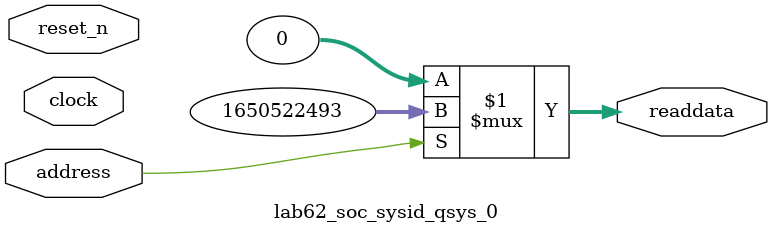
<source format=v>



// synthesis translate_off
`timescale 1ns / 1ps
// synthesis translate_on

// turn off superfluous verilog processor warnings 
// altera message_level Level1 
// altera message_off 10034 10035 10036 10037 10230 10240 10030 

module lab62_soc_sysid_qsys_0 (
               // inputs:
                address,
                clock,
                reset_n,

               // outputs:
                readdata
             )
;

  output  [ 31: 0] readdata;
  input            address;
  input            clock;
  input            reset_n;

  wire    [ 31: 0] readdata;
  //control_slave, which is an e_avalon_slave
  assign readdata = address ? 1650522493 : 0;

endmodule



</source>
